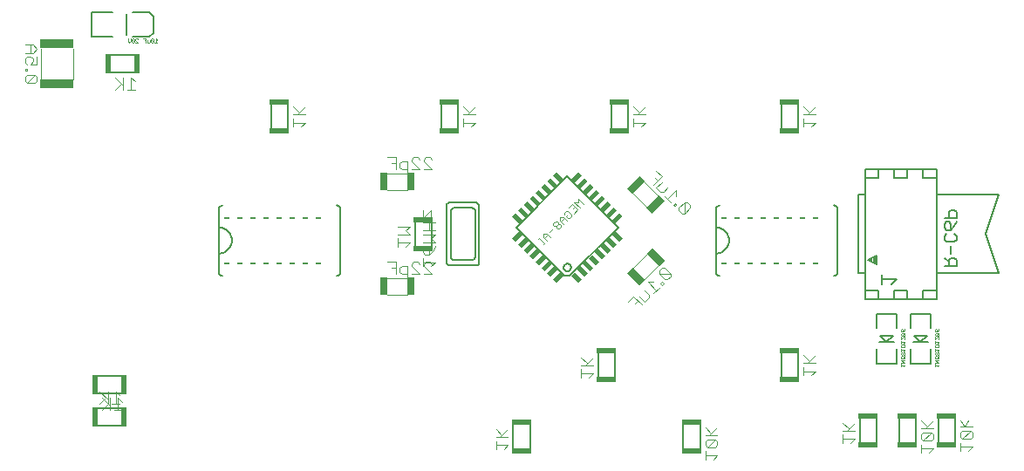
<source format=gbo>
G75*
G70*
%OFA0B0*%
%FSLAX24Y24*%
%IPPOS*%
%LPD*%
%AMOC8*
5,1,8,0,0,1.08239X$1,22.5*
%
%ADD10C,0.0060*%
%ADD11C,0.0030*%
%ADD12R,0.0390X0.0180*%
%ADD13R,0.0180X0.0390*%
%ADD14C,0.0050*%
%ADD15R,0.0100X0.0200*%
%ADD16R,0.0050X0.0150*%
%ADD17R,0.0100X0.0100*%
%ADD18C,0.0040*%
%ADD19R,0.0720X0.0230*%
%ADD20R,0.0295X0.0669*%
%ADD21R,0.0200X0.0050*%
%ADD22R,0.0230X0.0720*%
%ADD23R,0.1299X0.0374*%
%ADD24C,0.0080*%
%ADD25C,0.0010*%
D10*
X003100Y004655D02*
X004000Y004655D01*
X004000Y005315D02*
X003100Y005315D01*
X003100Y005905D02*
X004000Y005905D01*
X004000Y006565D02*
X003100Y006565D01*
X007730Y010540D02*
X007730Y012930D01*
X007732Y012953D01*
X007737Y012976D01*
X007746Y012998D01*
X007759Y013018D01*
X007774Y013036D01*
X007792Y013051D01*
X007812Y013064D01*
X007834Y013073D01*
X007857Y013078D01*
X007880Y013080D01*
X007730Y012235D02*
X007774Y012233D01*
X007817Y012227D01*
X007859Y012218D01*
X007901Y012205D01*
X007941Y012188D01*
X007980Y012168D01*
X008017Y012145D01*
X008051Y012118D01*
X008084Y012089D01*
X008113Y012056D01*
X008140Y012022D01*
X008163Y011985D01*
X008183Y011946D01*
X008200Y011906D01*
X008213Y011864D01*
X008222Y011822D01*
X008228Y011779D01*
X008230Y011735D01*
X008228Y011691D01*
X008222Y011648D01*
X008213Y011606D01*
X008200Y011564D01*
X008183Y011524D01*
X008163Y011485D01*
X008140Y011448D01*
X008113Y011414D01*
X008084Y011381D01*
X008051Y011352D01*
X008017Y011325D01*
X007980Y011302D01*
X007941Y011282D01*
X007901Y011265D01*
X007859Y011252D01*
X007817Y011243D01*
X007774Y011237D01*
X007730Y011235D01*
X007730Y010540D02*
X007732Y010517D01*
X007737Y010494D01*
X007746Y010472D01*
X007759Y010452D01*
X007774Y010434D01*
X007792Y010419D01*
X007812Y010406D01*
X007834Y010397D01*
X007857Y010392D01*
X007880Y010390D01*
X012220Y010390D02*
X012243Y010392D01*
X012266Y010397D01*
X012288Y010406D01*
X012308Y010419D01*
X012326Y010434D01*
X012341Y010452D01*
X012354Y010472D01*
X012363Y010494D01*
X012368Y010517D01*
X012370Y010540D01*
X012370Y012930D01*
X012368Y012953D01*
X012363Y012976D01*
X012354Y012998D01*
X012341Y013018D01*
X012326Y013036D01*
X012308Y013051D01*
X012288Y013064D01*
X012266Y013073D01*
X012243Y013078D01*
X012220Y013080D01*
X015220Y012435D02*
X015220Y011535D01*
X015880Y011535D02*
X015880Y012435D01*
X019098Y012235D02*
X020951Y010382D01*
X021149Y010382D01*
X023002Y012235D01*
X021050Y014187D01*
X019098Y012235D01*
X020909Y010708D02*
X020911Y010731D01*
X020917Y010754D01*
X020926Y010775D01*
X020939Y010795D01*
X020955Y010812D01*
X020973Y010826D01*
X020993Y010837D01*
X021015Y010845D01*
X021038Y010849D01*
X021062Y010849D01*
X021085Y010845D01*
X021107Y010837D01*
X021127Y010826D01*
X021145Y010812D01*
X021161Y010795D01*
X021174Y010775D01*
X021183Y010754D01*
X021189Y010731D01*
X021191Y010708D01*
X021189Y010685D01*
X021183Y010662D01*
X021174Y010641D01*
X021161Y010621D01*
X021145Y010604D01*
X021127Y010590D01*
X021107Y010579D01*
X021085Y010571D01*
X021062Y010567D01*
X021038Y010567D01*
X021015Y010571D01*
X020993Y010579D01*
X020973Y010590D01*
X020955Y010604D01*
X020939Y010621D01*
X020926Y010641D01*
X020917Y010662D01*
X020911Y010685D01*
X020909Y010708D01*
X022220Y007435D02*
X022220Y006535D01*
X022880Y006535D02*
X022880Y007435D01*
X025470Y004685D02*
X025470Y003785D01*
X026130Y003785D02*
X026130Y004685D01*
X029220Y006535D02*
X029220Y007435D01*
X029880Y007435D02*
X029880Y006535D01*
X032220Y004935D02*
X032220Y004035D01*
X032880Y004035D02*
X032880Y004935D01*
X033720Y004935D02*
X033720Y004035D01*
X034380Y004035D02*
X034380Y004935D01*
X035220Y004935D02*
X035220Y004035D01*
X035880Y004035D02*
X035880Y004935D01*
X035180Y009485D02*
X034650Y009485D01*
X034050Y009485D01*
X033550Y009485D01*
X032950Y009485D01*
X032430Y009485D01*
X032430Y009835D01*
X032430Y010485D01*
X032430Y013485D01*
X032430Y014135D01*
X032430Y014475D01*
X032950Y014475D01*
X033550Y014475D01*
X034050Y014475D01*
X034650Y014475D01*
X035180Y014475D01*
X035180Y014135D01*
X035180Y013485D01*
X035180Y010485D01*
X035180Y009835D01*
X035180Y009485D01*
X035180Y009835D02*
X034650Y009835D01*
X034650Y009485D01*
X034050Y009485D02*
X034050Y009835D01*
X033550Y009835D01*
X033550Y009485D01*
X033440Y010065D02*
X033620Y010245D01*
X033080Y010245D01*
X033080Y010065D02*
X033080Y010425D01*
X032430Y010485D02*
X032160Y010485D01*
X032160Y013485D01*
X032430Y013485D01*
X032430Y014135D02*
X032950Y014135D01*
X032950Y014475D01*
X033550Y014475D02*
X033550Y014135D01*
X034050Y014135D01*
X034050Y014475D01*
X034650Y014475D02*
X034650Y014135D01*
X035180Y014135D01*
X035180Y013485D02*
X037550Y013485D01*
X037050Y011985D01*
X037550Y010485D01*
X035180Y010485D01*
X032950Y009835D02*
X032950Y009485D01*
X032950Y009835D02*
X032430Y009835D01*
X031370Y010540D02*
X031370Y012930D01*
X031368Y012953D01*
X031363Y012976D01*
X031354Y012998D01*
X031341Y013018D01*
X031326Y013036D01*
X031308Y013051D01*
X031288Y013064D01*
X031266Y013073D01*
X031243Y013078D01*
X031220Y013080D01*
X032550Y010985D02*
X032650Y010985D01*
X032550Y010985D02*
X032880Y010815D01*
X032880Y011155D01*
X032550Y010985D01*
X031370Y010540D02*
X031368Y010517D01*
X031363Y010494D01*
X031354Y010472D01*
X031341Y010452D01*
X031326Y010434D01*
X031308Y010419D01*
X031288Y010406D01*
X031266Y010397D01*
X031243Y010392D01*
X031220Y010390D01*
X026880Y010390D02*
X026857Y010392D01*
X026834Y010397D01*
X026812Y010406D01*
X026792Y010419D01*
X026774Y010434D01*
X026759Y010452D01*
X026746Y010472D01*
X026737Y010494D01*
X026732Y010517D01*
X026730Y010540D01*
X026730Y012930D01*
X026732Y012953D01*
X026737Y012976D01*
X026746Y012998D01*
X026759Y013018D01*
X026774Y013036D01*
X026792Y013051D01*
X026812Y013064D01*
X026834Y013073D01*
X026857Y013078D01*
X026880Y013080D01*
X026730Y012235D02*
X026774Y012233D01*
X026817Y012227D01*
X026859Y012218D01*
X026901Y012205D01*
X026941Y012188D01*
X026980Y012168D01*
X027017Y012145D01*
X027051Y012118D01*
X027084Y012089D01*
X027113Y012056D01*
X027140Y012022D01*
X027163Y011985D01*
X027183Y011946D01*
X027200Y011906D01*
X027213Y011864D01*
X027222Y011822D01*
X027228Y011779D01*
X027230Y011735D01*
X027228Y011691D01*
X027222Y011648D01*
X027213Y011606D01*
X027200Y011564D01*
X027183Y011524D01*
X027163Y011485D01*
X027140Y011448D01*
X027113Y011414D01*
X027084Y011381D01*
X027051Y011352D01*
X027017Y011325D01*
X026980Y011302D01*
X026941Y011282D01*
X026901Y011265D01*
X026859Y011252D01*
X026817Y011243D01*
X026774Y011237D01*
X026730Y011235D01*
X029220Y016035D02*
X029220Y016935D01*
X029880Y016935D02*
X029880Y016035D01*
X023380Y016035D02*
X023380Y016935D01*
X022720Y016935D02*
X022720Y016035D01*
X016880Y016035D02*
X016880Y016935D01*
X016220Y016935D02*
X016220Y016035D01*
X010380Y016035D02*
X010380Y016935D01*
X009720Y016935D02*
X009720Y016035D01*
X004500Y018155D02*
X003600Y018155D01*
X003600Y018815D02*
X004500Y018815D01*
X018970Y004685D02*
X018970Y003785D01*
X019630Y003785D02*
X019630Y004685D01*
D11*
X020131Y011591D02*
X020199Y011660D01*
X020165Y011626D02*
X019960Y011831D01*
X019994Y011865D02*
X019925Y011797D01*
X020134Y011868D02*
X020134Y012005D01*
X020270Y012005D01*
X020407Y011868D01*
X020305Y011971D02*
X020168Y011834D01*
X020134Y011868D02*
X020270Y011731D01*
X020376Y012042D02*
X020513Y012179D01*
X020619Y012216D02*
X020653Y012182D01*
X020721Y012182D01*
X020790Y012251D01*
X020790Y012319D01*
X020756Y012353D01*
X020687Y012353D01*
X020619Y012285D01*
X020619Y012216D01*
X020619Y012285D02*
X020550Y012285D01*
X020516Y012319D01*
X020516Y012387D01*
X020585Y012456D01*
X020653Y012456D01*
X020687Y012422D01*
X020687Y012353D01*
X020793Y012459D02*
X020930Y012596D01*
X020896Y012630D02*
X020759Y012630D01*
X020759Y012493D01*
X020896Y012356D01*
X021032Y012493D02*
X020896Y012630D01*
X021001Y012667D02*
X021070Y012736D01*
X021001Y012667D02*
X021070Y012599D01*
X021138Y012599D01*
X021206Y012667D01*
X021206Y012736D01*
X021070Y012873D01*
X021001Y012873D01*
X020933Y012804D01*
X020933Y012736D01*
X021107Y012978D02*
X021244Y013115D01*
X021449Y012910D01*
X021312Y012773D01*
X021278Y012944D02*
X021346Y013013D01*
X021315Y013187D02*
X021521Y012981D01*
X021657Y013118D02*
X021452Y013323D01*
X021452Y013187D01*
X021315Y013187D01*
D12*
G36*
X022267Y013548D02*
X021992Y013273D01*
X021865Y013400D01*
X022140Y013675D01*
X022267Y013548D01*
G37*
G36*
X022490Y013326D02*
X022215Y013051D01*
X022088Y013178D01*
X022363Y013453D01*
X022490Y013326D01*
G37*
G36*
X022713Y013103D02*
X022438Y012828D01*
X022311Y012955D01*
X022586Y013230D01*
X022713Y013103D01*
G37*
G36*
X022936Y012880D02*
X022661Y012605D01*
X022534Y012732D01*
X022809Y013007D01*
X022936Y012880D01*
G37*
G36*
X023158Y012657D02*
X022883Y012382D01*
X022756Y012509D01*
X023031Y012784D01*
X023158Y012657D01*
G37*
G36*
X022045Y013771D02*
X021770Y013496D01*
X021643Y013623D01*
X021918Y013898D01*
X022045Y013771D01*
G37*
G36*
X021822Y013994D02*
X021547Y013719D01*
X021420Y013846D01*
X021695Y014121D01*
X021822Y013994D01*
G37*
G36*
X021599Y014216D02*
X021324Y013941D01*
X021197Y014068D01*
X021472Y014343D01*
X021599Y014216D01*
G37*
G36*
X019344Y011961D02*
X019069Y011686D01*
X018942Y011813D01*
X019217Y012088D01*
X019344Y011961D01*
G37*
G36*
X019566Y011738D02*
X019291Y011463D01*
X019164Y011590D01*
X019439Y011865D01*
X019566Y011738D01*
G37*
G36*
X019789Y011515D02*
X019514Y011240D01*
X019387Y011367D01*
X019662Y011642D01*
X019789Y011515D01*
G37*
G36*
X020012Y011293D02*
X019737Y011018D01*
X019610Y011145D01*
X019885Y011420D01*
X020012Y011293D01*
G37*
G36*
X020235Y011070D02*
X019960Y010795D01*
X019833Y010922D01*
X020108Y011197D01*
X020235Y011070D01*
G37*
G36*
X020457Y010847D02*
X020182Y010572D01*
X020055Y010699D01*
X020330Y010974D01*
X020457Y010847D01*
G37*
G36*
X020680Y010624D02*
X020405Y010349D01*
X020278Y010476D01*
X020553Y010751D01*
X020680Y010624D01*
G37*
G36*
X020903Y010402D02*
X020628Y010127D01*
X020501Y010254D01*
X020776Y010529D01*
X020903Y010402D01*
G37*
D13*
G36*
X021599Y010254D02*
X021472Y010127D01*
X021197Y010402D01*
X021324Y010529D01*
X021599Y010254D01*
G37*
G36*
X021822Y010476D02*
X021695Y010349D01*
X021420Y010624D01*
X021547Y010751D01*
X021822Y010476D01*
G37*
G36*
X022045Y010699D02*
X021918Y010572D01*
X021643Y010847D01*
X021770Y010974D01*
X022045Y010699D01*
G37*
G36*
X022267Y010922D02*
X022140Y010795D01*
X021865Y011070D01*
X021992Y011197D01*
X022267Y010922D01*
G37*
G36*
X022490Y011145D02*
X022363Y011018D01*
X022088Y011293D01*
X022215Y011420D01*
X022490Y011145D01*
G37*
G36*
X022713Y011367D02*
X022586Y011240D01*
X022311Y011515D01*
X022438Y011642D01*
X022713Y011367D01*
G37*
G36*
X022936Y011590D02*
X022809Y011463D01*
X022534Y011738D01*
X022661Y011865D01*
X022936Y011590D01*
G37*
G36*
X023158Y011813D02*
X023031Y011686D01*
X022756Y011961D01*
X022883Y012088D01*
X023158Y011813D01*
G37*
G36*
X020235Y013400D02*
X020108Y013273D01*
X019833Y013548D01*
X019960Y013675D01*
X020235Y013400D01*
G37*
G36*
X020012Y013178D02*
X019885Y013051D01*
X019610Y013326D01*
X019737Y013453D01*
X020012Y013178D01*
G37*
G36*
X019789Y012955D02*
X019662Y012828D01*
X019387Y013103D01*
X019514Y013230D01*
X019789Y012955D01*
G37*
G36*
X019566Y012732D02*
X019439Y012605D01*
X019164Y012880D01*
X019291Y013007D01*
X019566Y012732D01*
G37*
G36*
X019344Y012509D02*
X019217Y012382D01*
X018942Y012657D01*
X019069Y012784D01*
X019344Y012509D01*
G37*
G36*
X020457Y013623D02*
X020330Y013496D01*
X020055Y013771D01*
X020182Y013898D01*
X020457Y013623D01*
G37*
G36*
X020680Y013846D02*
X020553Y013719D01*
X020278Y013994D01*
X020405Y014121D01*
X020680Y013846D01*
G37*
G36*
X020903Y014068D02*
X020776Y013941D01*
X020501Y014216D01*
X020628Y014343D01*
X020903Y014068D01*
G37*
D14*
X017666Y013060D02*
X017666Y010873D01*
X017664Y010856D01*
X017659Y010839D01*
X017651Y010824D01*
X017640Y010811D01*
X017627Y010800D01*
X017612Y010792D01*
X017595Y010787D01*
X017578Y010785D01*
X016545Y010785D01*
X016545Y010786D02*
X016526Y010788D01*
X016507Y010793D01*
X016490Y010801D01*
X016474Y010812D01*
X016460Y010826D01*
X016449Y010842D01*
X016441Y010859D01*
X016436Y010878D01*
X016434Y010897D01*
X016434Y013074D01*
X016436Y013093D01*
X016441Y013112D01*
X016449Y013130D01*
X016460Y013145D01*
X016474Y013159D01*
X016490Y013170D01*
X016507Y013178D01*
X016526Y013183D01*
X016545Y013185D01*
X017542Y013185D01*
X017542Y013184D02*
X017561Y013182D01*
X017580Y013178D01*
X017598Y013170D01*
X017615Y013160D01*
X017630Y013148D01*
X017642Y013133D01*
X017652Y013116D01*
X017660Y013098D01*
X017664Y013079D01*
X017666Y013060D01*
X017548Y012831D02*
X017548Y011179D01*
X017546Y011153D01*
X017541Y011128D01*
X017533Y011104D01*
X017522Y011081D01*
X017507Y011059D01*
X017490Y011040D01*
X017471Y011023D01*
X017450Y011008D01*
X017426Y010997D01*
X017402Y010989D01*
X017377Y010984D01*
X017351Y010982D01*
X016749Y010982D01*
X016749Y010983D02*
X016727Y010985D01*
X016705Y010989D01*
X016684Y010997D01*
X016664Y011008D01*
X016646Y011021D01*
X016630Y011037D01*
X016617Y011055D01*
X016606Y011075D01*
X016598Y011096D01*
X016594Y011118D01*
X016592Y011140D01*
X016591Y011140D02*
X016591Y012831D01*
X016592Y012831D02*
X016594Y012853D01*
X016598Y012875D01*
X016606Y012896D01*
X016617Y012916D01*
X016630Y012934D01*
X016646Y012950D01*
X016664Y012963D01*
X016684Y012974D01*
X016705Y012982D01*
X016727Y012986D01*
X016749Y012988D01*
X017351Y012988D01*
X017377Y012989D01*
X017402Y012986D01*
X017427Y012980D01*
X017450Y012970D01*
X017472Y012958D01*
X017492Y012942D01*
X017509Y012923D01*
X017524Y012902D01*
X017535Y012880D01*
X017543Y012856D01*
X017548Y012831D01*
X004200Y019585D02*
X004200Y020385D01*
X035475Y012602D02*
X035925Y012602D01*
X035925Y012827D01*
X035850Y012902D01*
X035700Y012902D01*
X035625Y012827D01*
X035625Y012602D01*
X035625Y012442D02*
X035700Y012366D01*
X035700Y012141D01*
X035550Y012141D01*
X035475Y012216D01*
X035475Y012366D01*
X035550Y012442D01*
X035625Y012442D01*
X035850Y012291D02*
X035700Y012141D01*
X035850Y012291D02*
X035925Y012442D01*
X035850Y011981D02*
X035925Y011906D01*
X035925Y011756D01*
X035850Y011681D01*
X035550Y011681D01*
X035475Y011756D01*
X035475Y011906D01*
X035550Y011981D01*
X035700Y011521D02*
X035700Y011220D01*
X035700Y011060D02*
X035625Y010985D01*
X035625Y010760D01*
X035475Y010760D02*
X035925Y010760D01*
X035925Y010985D01*
X035850Y011060D01*
X035700Y011060D01*
X035625Y010910D02*
X035475Y011060D01*
D15*
X032760Y010985D03*
D16*
X032835Y010910D03*
X032835Y011060D03*
D17*
X032680Y010985D03*
D18*
X030530Y007352D02*
X030223Y007045D01*
X030300Y007121D02*
X030070Y007352D01*
X030070Y007045D02*
X030530Y007045D01*
X030530Y006738D02*
X030070Y006738D01*
X030070Y006891D02*
X030070Y006584D01*
X030377Y006584D02*
X030530Y006738D01*
X031570Y004772D02*
X031800Y004542D01*
X031723Y004465D02*
X032030Y004772D01*
X032030Y004465D02*
X031570Y004465D01*
X031570Y004312D02*
X031570Y004005D01*
X031570Y004159D02*
X032030Y004159D01*
X031877Y004005D01*
X034570Y003931D02*
X034570Y003624D01*
X034570Y003777D02*
X035030Y003777D01*
X034877Y003624D01*
X034954Y004084D02*
X034647Y004084D01*
X034954Y004391D01*
X034647Y004391D01*
X034570Y004314D01*
X034570Y004161D01*
X034647Y004084D01*
X034954Y004084D02*
X035030Y004161D01*
X035030Y004314D01*
X034954Y004391D01*
X035030Y004545D02*
X034570Y004545D01*
X034723Y004545D02*
X035030Y004852D01*
X034800Y004621D02*
X034570Y004852D01*
X036070Y004852D02*
X036223Y004621D01*
X036377Y004852D01*
X036530Y004621D02*
X036070Y004621D01*
X036147Y004468D02*
X036070Y004391D01*
X036070Y004238D01*
X036147Y004161D01*
X036454Y004468D01*
X036147Y004468D01*
X036454Y004468D02*
X036530Y004391D01*
X036530Y004238D01*
X036454Y004161D01*
X036147Y004161D01*
X036070Y004008D02*
X036070Y003701D01*
X036070Y003854D02*
X036530Y003854D01*
X036377Y003701D01*
X026780Y003527D02*
X026320Y003527D01*
X026320Y003374D02*
X026320Y003681D01*
X026397Y003834D02*
X026320Y003911D01*
X026320Y004064D01*
X026397Y004141D01*
X026704Y004141D01*
X026397Y003834D01*
X026704Y003834D01*
X026780Y003911D01*
X026780Y004064D01*
X026704Y004141D01*
X026780Y004295D02*
X026320Y004295D01*
X026473Y004295D02*
X026780Y004602D01*
X026550Y004371D02*
X026320Y004602D01*
X026780Y003527D02*
X026627Y003374D01*
X022030Y006659D02*
X021570Y006659D01*
X021570Y006812D02*
X021570Y006505D01*
X021877Y006505D02*
X022030Y006659D01*
X022030Y006965D02*
X021570Y006965D01*
X021723Y006965D02*
X022030Y007272D01*
X021800Y007042D02*
X021570Y007272D01*
X023365Y009386D02*
X023582Y009603D01*
X023908Y009277D01*
X024016Y009386D02*
X023799Y009603D01*
X023745Y009440D02*
X023636Y009332D01*
X024016Y009386D02*
X024179Y009549D01*
X024179Y009657D01*
X024016Y009820D01*
X024125Y010146D02*
X024450Y009820D01*
X024342Y009712D02*
X024559Y009929D01*
X024667Y010037D02*
X024721Y010091D01*
X024667Y010146D01*
X024613Y010091D01*
X024667Y010037D01*
X024776Y010254D02*
X024884Y010254D01*
X024993Y010363D01*
X024993Y010471D01*
X024559Y010471D01*
X024776Y010254D01*
X024993Y010471D02*
X024776Y010688D01*
X024667Y010688D01*
X024559Y010580D01*
X024559Y010471D01*
X024342Y010146D02*
X024125Y010146D01*
X024000Y010247D02*
X024538Y010785D01*
X024100Y011223D02*
X023562Y010686D01*
X025425Y012774D02*
X025534Y012774D01*
X025534Y013208D01*
X025317Y012991D01*
X025317Y012883D01*
X025425Y012774D01*
X025534Y012774D02*
X025751Y012991D01*
X025751Y013100D01*
X025642Y013208D01*
X025534Y013208D01*
X025208Y013100D02*
X025154Y013154D01*
X025100Y013100D01*
X025154Y013046D01*
X025208Y013100D01*
X024991Y013208D02*
X024774Y013425D01*
X024883Y013317D02*
X025208Y013643D01*
X025208Y013425D01*
X024883Y013751D02*
X024720Y013588D01*
X024611Y013588D01*
X024449Y013751D01*
X024666Y013968D01*
X024503Y014022D02*
X024394Y014131D01*
X024449Y014402D02*
X024666Y014185D01*
X024340Y013860D01*
X024000Y013973D02*
X024538Y013436D01*
X024100Y012997D02*
X023562Y013535D01*
X023570Y016084D02*
X023570Y016391D01*
X023570Y016238D02*
X024030Y016238D01*
X023877Y016084D01*
X024030Y016545D02*
X023570Y016545D01*
X023723Y016545D02*
X024030Y016852D01*
X023800Y016621D02*
X023570Y016852D01*
X017530Y016852D02*
X017223Y016545D01*
X017300Y016621D02*
X017070Y016852D01*
X017070Y016545D02*
X017530Y016545D01*
X017530Y016238D02*
X017070Y016238D01*
X017070Y016391D02*
X017070Y016084D01*
X017377Y016084D02*
X017530Y016238D01*
X015872Y014839D02*
X015795Y014915D01*
X015641Y014915D01*
X015565Y014839D01*
X015565Y014762D01*
X015872Y014455D01*
X015565Y014455D01*
X015411Y014455D02*
X015104Y014762D01*
X015104Y014839D01*
X015181Y014915D01*
X015334Y014915D01*
X015411Y014839D01*
X014951Y014762D02*
X014721Y014762D01*
X014644Y014685D01*
X014644Y014532D01*
X014721Y014455D01*
X014951Y014455D01*
X015104Y014455D02*
X015411Y014455D01*
X014951Y014302D02*
X014951Y014762D01*
X014490Y014685D02*
X014337Y014685D01*
X014490Y014455D02*
X014490Y014915D01*
X014183Y014915D01*
X014170Y014295D02*
X014930Y014295D01*
X014930Y013675D02*
X014170Y013675D01*
X015535Y012894D02*
X015535Y012587D01*
X015841Y012894D01*
X015841Y012587D01*
X015765Y012433D02*
X015765Y012126D01*
X015535Y012126D02*
X015995Y012126D01*
X015995Y011973D02*
X015535Y011973D01*
X015535Y011666D02*
X015995Y011666D01*
X015841Y011819D01*
X015995Y011973D01*
X015995Y012433D02*
X015535Y012433D01*
X015030Y012272D02*
X014570Y012272D01*
X014570Y011965D02*
X015030Y011965D01*
X014877Y012119D01*
X015030Y012272D01*
X015030Y011659D02*
X014570Y011659D01*
X014570Y011812D02*
X014570Y011505D01*
X014877Y011505D02*
X015030Y011659D01*
X015535Y011436D02*
X015535Y011282D01*
X015611Y011206D01*
X015765Y011206D01*
X015765Y011436D01*
X015688Y011513D01*
X015611Y011513D01*
X015535Y011436D01*
X015765Y011206D02*
X015918Y011359D01*
X015995Y011513D01*
X015535Y011052D02*
X015535Y010745D01*
X015565Y010762D02*
X015565Y010839D01*
X015641Y010915D01*
X015795Y010915D01*
X015872Y010839D01*
X015841Y010745D02*
X015995Y010899D01*
X015535Y010899D01*
X015411Y010839D02*
X015334Y010915D01*
X015181Y010915D01*
X015104Y010839D01*
X015104Y010762D01*
X015411Y010455D01*
X015104Y010455D01*
X014951Y010455D02*
X014721Y010455D01*
X014644Y010532D01*
X014644Y010685D01*
X014721Y010762D01*
X014951Y010762D01*
X014951Y010302D01*
X014930Y010295D02*
X014170Y010295D01*
X014490Y010455D02*
X014490Y010915D01*
X014183Y010915D01*
X014337Y010685D02*
X014490Y010685D01*
X015565Y010762D02*
X015872Y010455D01*
X015565Y010455D01*
X014930Y009675D02*
X014170Y009675D01*
X018320Y004522D02*
X018550Y004292D01*
X018473Y004215D02*
X018780Y004522D01*
X018780Y004215D02*
X018320Y004215D01*
X018320Y004062D02*
X018320Y003755D01*
X018320Y003909D02*
X018780Y003909D01*
X018627Y003755D01*
X004030Y005255D02*
X003723Y005255D01*
X003570Y005255D02*
X003570Y005715D01*
X003490Y005659D02*
X003183Y005965D01*
X003263Y005715D02*
X003570Y005409D01*
X003493Y005485D02*
X003263Y005255D01*
X003183Y005505D02*
X003414Y005735D01*
X003490Y005965D02*
X003490Y005505D01*
X003644Y005505D02*
X003951Y005505D01*
X004030Y005562D02*
X003877Y005715D01*
X003877Y005255D01*
X003797Y005505D02*
X003797Y005965D01*
X003951Y005812D01*
X010570Y016084D02*
X010570Y016391D01*
X010570Y016238D02*
X011030Y016238D01*
X010877Y016084D01*
X011030Y016545D02*
X010570Y016545D01*
X010723Y016545D02*
X011030Y016852D01*
X010800Y016621D02*
X010570Y016852D01*
X004530Y017505D02*
X004223Y017505D01*
X004070Y017505D02*
X004070Y017965D01*
X003993Y017735D02*
X003763Y017505D01*
X004070Y017659D02*
X003763Y017965D01*
X004377Y017965D02*
X004377Y017505D01*
X004530Y017812D02*
X004377Y017965D01*
X002180Y017905D02*
X002180Y019065D01*
X000920Y019065D02*
X000920Y017915D01*
X000780Y017985D02*
X000780Y017832D01*
X000704Y017755D01*
X000397Y017755D01*
X000704Y018062D01*
X000397Y018062D01*
X000320Y017985D01*
X000320Y017832D01*
X000397Y017755D01*
X000704Y018062D02*
X000780Y017985D01*
X000397Y018215D02*
X000397Y018292D01*
X000320Y018292D01*
X000320Y018215D01*
X000397Y018215D01*
X000397Y018446D02*
X000320Y018522D01*
X000320Y018676D01*
X000397Y018753D01*
X000550Y018753D01*
X000627Y018676D01*
X000627Y018599D01*
X000550Y018446D01*
X000780Y018446D01*
X000780Y018753D01*
X000627Y018906D02*
X000780Y019060D01*
X000627Y019213D01*
X000320Y019213D01*
X000550Y019213D02*
X000550Y018906D01*
X000627Y018906D02*
X000320Y018906D01*
X030070Y016852D02*
X030300Y016621D01*
X030223Y016545D02*
X030530Y016852D01*
X030530Y016545D02*
X030070Y016545D01*
X030070Y016391D02*
X030070Y016084D01*
X030070Y016238D02*
X030530Y016238D01*
X030377Y016084D01*
D19*
X029550Y015930D03*
X029550Y017040D03*
X023050Y017040D03*
X023050Y015930D03*
X016550Y015930D03*
X016550Y017040D03*
X010050Y017040D03*
X010050Y015930D03*
X015550Y012540D03*
X015550Y011430D03*
X022550Y007540D03*
X022550Y006430D03*
X019300Y004790D03*
X019300Y003680D03*
X025800Y003680D03*
X025800Y004790D03*
X029550Y006430D03*
X029550Y007540D03*
X032550Y005040D03*
X034050Y005040D03*
X035550Y005040D03*
X035550Y003930D03*
X034050Y003930D03*
X032550Y003930D03*
D20*
G36*
X023340Y010498D02*
X023548Y010706D01*
X024020Y010234D01*
X023812Y010026D01*
X023340Y010498D01*
G37*
G36*
X024080Y011236D02*
X024288Y011444D01*
X024760Y010972D01*
X024552Y010764D01*
X024080Y011236D01*
G37*
G36*
X024287Y012775D02*
X024079Y012983D01*
X024551Y013455D01*
X024759Y013247D01*
X024287Y012775D01*
G37*
G36*
X023549Y013515D02*
X023341Y013723D01*
X023813Y014195D01*
X024021Y013987D01*
X023549Y013515D01*
G37*
X015072Y013985D03*
X014028Y013985D03*
X014028Y009985D03*
X015072Y009985D03*
D21*
X011550Y010865D03*
X011050Y010865D03*
X010550Y010865D03*
X010050Y010865D03*
X009550Y010865D03*
X009050Y010865D03*
X008550Y010865D03*
X008050Y010865D03*
X008050Y012605D03*
X008550Y012605D03*
X009050Y012605D03*
X009550Y012605D03*
X010050Y012605D03*
X010550Y012605D03*
X011050Y012605D03*
X011550Y012605D03*
X027050Y012605D03*
X027550Y012605D03*
X028050Y012605D03*
X028550Y012605D03*
X029050Y012605D03*
X029550Y012605D03*
X030050Y012605D03*
X030550Y012605D03*
X030550Y010865D03*
X030050Y010865D03*
X029550Y010865D03*
X029050Y010865D03*
X028550Y010865D03*
X028050Y010865D03*
X027550Y010865D03*
X027050Y010865D03*
D22*
X004605Y018485D03*
X003495Y018485D03*
X002995Y006235D03*
X004105Y006235D03*
X004105Y004985D03*
X002995Y004985D03*
D23*
X001550Y017732D03*
X001550Y019242D03*
D24*
X002869Y019513D02*
X003656Y019513D01*
X002869Y019513D02*
X002869Y020458D01*
X003656Y020458D01*
X004444Y020458D02*
X005074Y020458D01*
X005231Y020300D01*
X005231Y019670D01*
X005074Y019513D01*
X004444Y019513D01*
X032856Y008930D02*
X032856Y008379D01*
X033014Y008103D02*
X033486Y008103D01*
X033250Y007867D01*
X033014Y008103D01*
X032974Y007867D02*
X033250Y007867D01*
X033526Y007867D01*
X033644Y007591D02*
X033644Y007040D01*
X032856Y007040D01*
X032856Y007591D01*
X034156Y007591D02*
X034156Y007040D01*
X034944Y007040D01*
X034944Y007591D01*
X034826Y007867D02*
X034550Y007867D01*
X034786Y008103D01*
X034314Y008103D01*
X034550Y007867D01*
X034274Y007867D01*
X034156Y008379D02*
X034156Y008930D01*
X034944Y008930D01*
X034944Y008379D01*
X033644Y008379D02*
X033644Y008930D01*
X032856Y008930D01*
D25*
X033795Y008318D02*
X033820Y008343D01*
X033845Y008343D01*
X033870Y008318D01*
X033870Y008243D01*
X033820Y008243D01*
X033795Y008268D01*
X033795Y008318D01*
X033870Y008243D02*
X033920Y008293D01*
X033945Y008343D01*
X033920Y008195D02*
X033820Y008095D01*
X033795Y008120D01*
X033795Y008170D01*
X033820Y008195D01*
X033920Y008195D01*
X033945Y008170D01*
X033945Y008120D01*
X033920Y008095D01*
X033820Y008095D01*
X033795Y008048D02*
X033795Y007948D01*
X033895Y008048D01*
X033920Y008048D01*
X033945Y008023D01*
X033945Y007973D01*
X033920Y007948D01*
X033945Y007851D02*
X033795Y007851D01*
X033795Y007801D02*
X033795Y007901D01*
X033895Y007801D02*
X033945Y007851D01*
X033920Y007754D02*
X033820Y007754D01*
X033795Y007729D01*
X033795Y007653D01*
X033945Y007653D01*
X033945Y007729D01*
X033920Y007754D01*
X033795Y007606D02*
X033795Y007506D01*
X033795Y007556D02*
X033945Y007556D01*
X033895Y007506D01*
X033895Y007459D02*
X033870Y007434D01*
X033870Y007384D01*
X033895Y007359D01*
X033920Y007359D01*
X033945Y007384D01*
X033945Y007434D01*
X033920Y007459D01*
X033895Y007459D01*
X033870Y007434D02*
X033845Y007459D01*
X033820Y007459D01*
X033795Y007434D01*
X033795Y007384D01*
X033820Y007359D01*
X033845Y007359D01*
X033870Y007384D01*
X033870Y007312D02*
X033820Y007312D01*
X033795Y007287D01*
X033795Y007236D01*
X033820Y007211D01*
X033870Y007211D02*
X033895Y007262D01*
X033895Y007287D01*
X033870Y007312D01*
X033945Y007312D02*
X033945Y007211D01*
X033870Y007211D01*
X033795Y007164D02*
X033945Y007164D01*
X033945Y007064D02*
X033795Y007164D01*
X033795Y007064D02*
X033945Y007064D01*
X033945Y006967D02*
X033795Y006967D01*
X033795Y006917D02*
X033795Y007017D01*
X033895Y006917D02*
X033945Y006967D01*
X035095Y006967D02*
X035245Y006967D01*
X035195Y006917D01*
X035095Y006917D02*
X035095Y007017D01*
X035095Y007064D02*
X035245Y007064D01*
X035095Y007164D01*
X035245Y007164D01*
X035245Y007211D02*
X035170Y007211D01*
X035195Y007262D01*
X035195Y007287D01*
X035170Y007312D01*
X035120Y007312D01*
X035095Y007287D01*
X035095Y007236D01*
X035120Y007211D01*
X035245Y007211D02*
X035245Y007312D01*
X035220Y007359D02*
X035195Y007359D01*
X035170Y007384D01*
X035170Y007434D01*
X035145Y007459D01*
X035120Y007459D01*
X035095Y007434D01*
X035095Y007384D01*
X035120Y007359D01*
X035145Y007359D01*
X035170Y007384D01*
X035170Y007434D02*
X035195Y007459D01*
X035220Y007459D01*
X035245Y007434D01*
X035245Y007384D01*
X035220Y007359D01*
X035195Y007506D02*
X035245Y007556D01*
X035095Y007556D01*
X035095Y007506D02*
X035095Y007606D01*
X035095Y007653D02*
X035095Y007729D01*
X035120Y007754D01*
X035220Y007754D01*
X035245Y007729D01*
X035245Y007653D01*
X035095Y007653D01*
X035095Y007801D02*
X035095Y007901D01*
X035095Y007948D02*
X035195Y008048D01*
X035220Y008048D01*
X035245Y008023D01*
X035245Y007973D01*
X035220Y007948D01*
X035245Y007851D02*
X035095Y007851D01*
X035095Y007948D02*
X035095Y008048D01*
X035120Y008095D02*
X035220Y008195D01*
X035120Y008195D01*
X035095Y008170D01*
X035095Y008120D01*
X035120Y008095D01*
X035220Y008095D01*
X035245Y008120D01*
X035245Y008170D01*
X035220Y008195D01*
X035170Y008243D02*
X035170Y008318D01*
X035145Y008343D01*
X035120Y008343D01*
X035095Y008318D01*
X035095Y008268D01*
X035120Y008243D01*
X035170Y008243D01*
X035220Y008293D01*
X035245Y008343D01*
X035245Y007851D02*
X035195Y007801D01*
X005384Y019306D02*
X005284Y019306D01*
X005334Y019306D02*
X005334Y019456D01*
X005384Y019406D01*
X005237Y019431D02*
X005212Y019456D01*
X005162Y019456D01*
X005137Y019431D01*
X005237Y019331D01*
X005212Y019306D01*
X005162Y019306D01*
X005137Y019331D01*
X005137Y019431D01*
X005090Y019406D02*
X005090Y019331D01*
X005065Y019306D01*
X004990Y019306D01*
X004990Y019406D01*
X004942Y019381D02*
X004892Y019381D01*
X004942Y019456D02*
X004842Y019456D01*
X004942Y019456D02*
X004942Y019306D01*
X004648Y019306D02*
X004548Y019406D01*
X004548Y019431D01*
X004573Y019456D01*
X004623Y019456D01*
X004648Y019431D01*
X004648Y019306D02*
X004548Y019306D01*
X004500Y019331D02*
X004400Y019431D01*
X004400Y019331D01*
X004425Y019306D01*
X004475Y019306D01*
X004500Y019331D01*
X004500Y019431D01*
X004475Y019456D01*
X004425Y019456D01*
X004400Y019431D01*
X004353Y019456D02*
X004353Y019356D01*
X004303Y019306D01*
X004253Y019356D01*
X004253Y019456D01*
X005237Y019431D02*
X005237Y019331D01*
M02*

</source>
